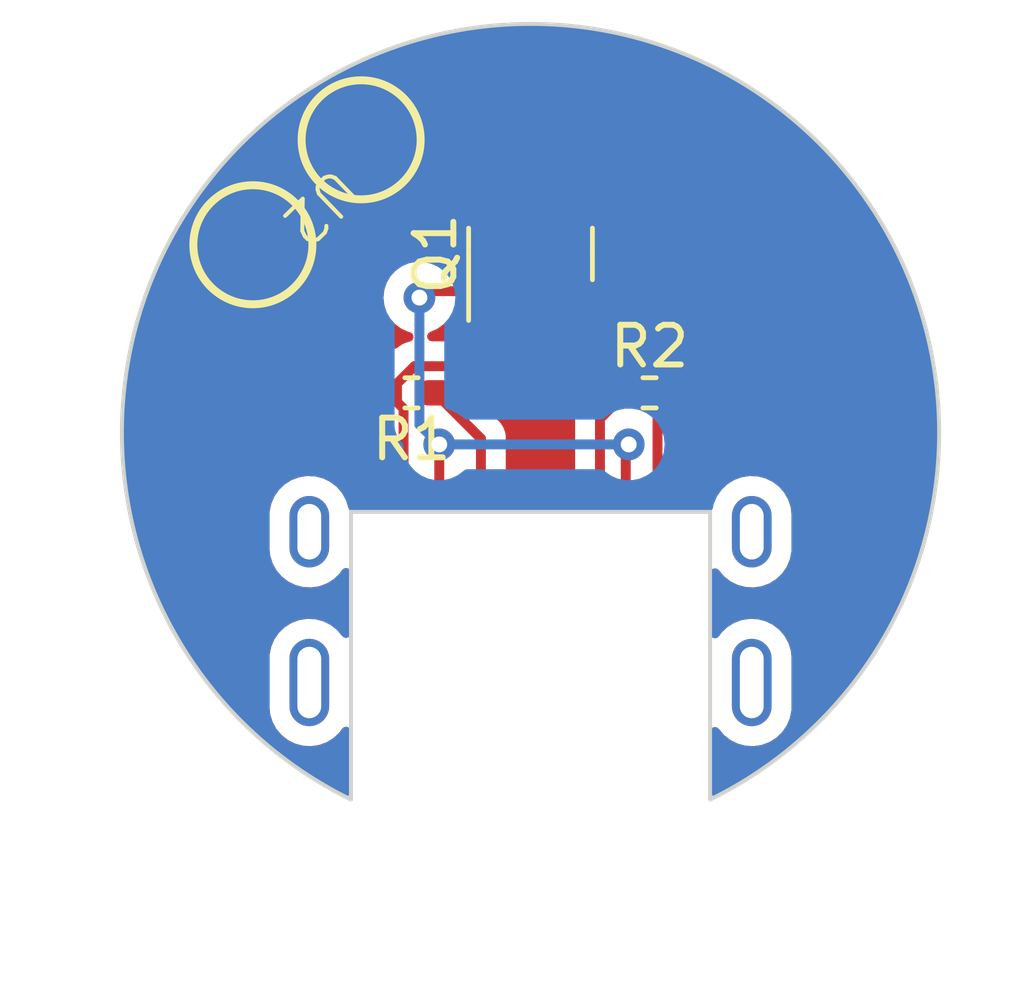
<source format=kicad_pcb>
(kicad_pcb (version 20221018) (generator pcbnew)
  (layers (0 "F.Cu" signal) (31 "B.Cu" signal) (34 "B.Paste" user) (35 "F.Paste" user) (36 "B.SilkS" user "B.Silkscreen") (37 "F.SilkS" user "F.Silkscreen") (38 "B.Mask" user) (39 "F.Mask" user) (44 "Edge.Cuts" user))
  (net 0 "")
  (net 1 "GND")
  (net 2 "VBUS")
  (net 3 "Net-(J1-CC1)")
  (net 7 "Net-(J1-CC2)")
  (net 12 "Net-(Q1-S)")
  (footprint "Librarys:pogopin" (layer "F.Cu") (at 94.367 93.946 -135.899)
    (fp_text reference "U2" (at 0 -0.5 -135.899 unlocked) (layer "F.SilkS") (effects (font (thickness 0.1))))
    (fp_text value "pogopins")
    (fp_circle (center -1.9 0) (end -0.4 0) (stroke (width 0.2)) (fill none) (layer "F.SilkS"))
    (fp_circle (center 1.9 0) (end 3.4 0) (stroke (width 0.2)) (fill none) (layer "F.SilkS"))
    (pad "1" smd circle (at -1.894 0 224.101) (size 2.2 2.2) (layers "F.Cu" "F.Paste" "F.Mask") (net 12 "Net-(Q1-S)"))
    (pad "2" smd circle (at 1.894 0 224.101) (size 2.2 2.2) (layers "F.Cu" "F.Paste" "F.Mask") (net 1 "GND"))
  )
  (footprint "Resistor_SMD:R_0402_1005Metric_Pad0.72x0.64mm_HandSolder" (layer "F.Cu") (at 103 99)
    (fp_text reference "R2" (at 0 -1.17) (layer "F.SilkS"))
    (fp_text value "5.1k")
    (fp_line (start -0.167621 -0.38) (end 0.167621 -0.38) (stroke (width 0.12)) (layer "F.SilkS"))
    (fp_line (start -0.167621 0.38) (end 0.167621 0.38) (stroke (width 0.12)) (layer "F.SilkS"))
    (pad "1" smd roundrect (at -0.5975 0) (size 0.715 0.64) (layers "F.Cu" "F.Paste" "F.Mask") (net 7 "Net-(J1-CC2)"))
    (pad "2" smd roundrect (at 0.5975 0) (size 0.715 0.64) (layers "F.Cu" "F.Paste" "F.Mask") (net 1 "GND"))
  )
  (footprint "Package_TO_SOT_SMD:SOT-23" (layer "F.Cu") (at 100 95.5 90)
    (fp_text reference "Q1" (at 0 -2.4 90) (layer "F.SilkS"))
    (fp_text value "PMOS")
    (fp_line (start 0 -1.56) (end -1.675 -1.56) (stroke (width 0.12)) (layer "F.SilkS"))
    (fp_line (start 0 -1.56) (end 0.65 -1.56) (stroke (width 0.12)) (layer "F.SilkS"))
    (fp_line (start 0 1.56) (end -0.65 1.56) (stroke (width 0.12)) (layer "F.SilkS"))
    (fp_line (start 0 1.56) (end 0.65 1.56) (stroke (width 0.12)) (layer "F.SilkS"))
    (pad "1" smd roundrect (at -0.9375 -0.95 90) (size 1.475 0.6) (layers "F.Cu" "F.Paste" "F.Mask") (net 2 "VBUS"))
    (pad "2" smd roundrect (at -0.9375 0.95 90) (size 1.475 0.6) (layers "F.Cu" "F.Paste" "F.Mask") (net 1 "GND"))
    (pad "3" smd roundrect (at 0.9375 0 90) (size 1.475 0.6) (layers "F.Cu" "F.Paste" "F.Mask") (net 12 "Net-(Q1-S)"))
  )
  (footprint "Librarys:USB_C_Receptacle_XKB_U262-16XN-4BVC11" (layer "F.Cu") (at 100 104.1 180)
    (fp_text reference "J1" hide)
    (fp_text value "USB_C_Receptacle_USB2.0")
    (pad "A1" smd rect (at -3.2 2.5 180) (size 0.54 0.8) (layers "F.Cu" "F.Paste" "F.Mask") (net 1 "GND") (clearance 0.15))
    (pad "A1" smd rect (at 3.2 2.5 180) (size 0.54 0.8) (layers "F.Cu" "F.Paste" "F.Mask") (net 1 "GND") (clearance 0.15))
    (pad "A4" smd rect (at -2.4 2.5 180) (size 0.54 0.8) (layers "F.Cu" "F.Paste" "F.Mask") (net 2 "VBUS") (clearance 0.15))
    (pad "A4" smd rect (at 2.4 2.5 180) (size 0.54 0.8) (layers "F.Cu" "F.Paste" "F.Mask") (net 2 "VBUS") (clearance 0.15))
    (pad "A5" smd rect (at 1.25 2.5 180) (size 0.3 0.8) (layers "F.Cu" "F.Paste" "F.Mask") (net 3 "Net-(J1-CC1)") (clearance 0.15))
    (pad "A6" smd rect (at 0.25 2.5 180) (size 0.3 0.8) (layers "F.Cu" "F.Paste" "F.Mask") (clearance 0.15))
    (pad "A7" smd rect (at -0.25 2.5 180) (size 0.3 0.8) (layers "F.Cu" "F.Paste" "F.Mask") (clearance 0.15))
    (pad "A8" smd rect (at -1.25 2.5 180) (size 0.3 0.8) (layers "F.Cu" "F.Paste" "F.Mask") (clearance 0.15))
    (pad "B5" smd rect (at -1.75 2.5 180) (size 0.3 0.8) (layers "F.Cu" "F.Paste" "F.Mask") (net 7 "Net-(J1-CC2)") (clearance 0.15))
    (pad "B6" smd rect (at -0.75 2.5 180) (size 0.3 0.8) (layers "F.Cu" "F.Paste" "F.Mask") (clearance 0.15))
    (pad "B7" smd rect (at 0.75 2.5 180) (size 0.3 0.8) (layers "F.Cu" "F.Paste" "F.Mask") (clearance 0.15))
    (pad "B8" smd rect (at 1.758 2.5 180) (size 0.3 0.8) (layers "F.Cu" "F.Paste" "F.Mask") (clearance 0.15))
    (pad "S1" thru_hole oval (at -5.5753 -2.2 180) (size 1 2.2) (drill oval 0.6 1.8) (layers "*.Cu" "*.Mask"))
    (pad "S2" thru_hole oval (at 5.5753 -2.2 180) (size 1 2.2) (drill oval 0.6 1.8) (layers "*.Cu" "*.Mask"))
    (pad "S3" thru_hole oval (at 5.5756 1.6 180) (size 1 1.8) (drill oval 0.6 1.4) (layers "*.Cu" "*.Mask"))
    (pad "S4" thru_hole oval (at -5.5753 1.6 180) (size 1 1.8) (drill oval 0.6 1.4) (layers "*.Cu" "*.Mask"))
  )
  (footprint "Resistor_SMD:R_0402_1005Metric_Pad0.72x0.64mm_HandSolder" (layer "F.Cu") (at 97 99 180)
    (fp_text reference "R1" (at 0 -1.17) (layer "F.SilkS"))
    (fp_text value "5.1k")
    (fp_line (start -0.167621 -0.38) (end 0.167621 -0.38) (stroke (width 0.12)) (layer "F.SilkS"))
    (fp_line (start -0.167621 0.38) (end 0.167621 0.38) (stroke (width 0.12)) (layer "F.SilkS"))
    (pad "1" smd roundrect (at -0.5975 0 180) (size 0.715 0.64) (layers "F.Cu" "F.Paste" "F.Mask") (net 3 "Net-(J1-CC1)"))
    (pad "2" smd roundrect (at 0.5975 0 180) (size 0.715 0.64) (layers "F.Cu" "F.Paste" "F.Mask") (net 1 "GND"))
  )
  (gr_line (start 104.525 102) (end 95.475 102) (stroke (width 0.1)) (layer "Edge.Cuts"))
  (gr_line (start 104.525 109.25) (end 104.525 102) (stroke (width 0.1)) (layer "Edge.Cuts"))
  (gr_line (start 95.475 102) (end 95.475 109.25) (stroke (width 0.1)) (layer "Edge.Cuts"))
  (gr_arc (start 95.475 109.25) (mid 100 89.702519) (end 104.525 109.25) (stroke (width 0.1)) (layer "Edge.Cuts"))
  (segment (start 96.4025 98.659691) (end 96.4025 99) (width 0.25) (layer "F.Cu") (net 1))
  (segment (start 103.5975 99) (end 103.2 99.3975) (width 0.25) (layer "F.Cu") (net 1))
  (segment (start 100.95 96.4375) (end 101.035 96.4375) (width 0.25) (layer "F.Cu") (net 1))
  (segment (start 96.8 99.3975) (end 96.8 101.6) (width 0.25) (layer "F.Cu") (net 1))
  (segment (start 101.035 96.4375) (end 103.5975 99) (width 0.25) (layer "F.Cu") (net 1))
  (segment (start 93.006892 95.264083) (end 96.4025 98.659691) (width 0.25) (layer "F.Cu") (net 1))
  (segment (start 100.95 96.4375) (end 99.058904 98.328596) (width 0.25) (layer "F.Cu") (net 1))
  (segment (start 97.073904 98.328596) (end 96.4025 99) (width 0.25) (layer "F.Cu") (net 1))
  (segment (start 96.4025 99) (end 96.8 99.3975) (width 0.25) (layer "F.Cu") (net 1))
  (segment (start 99.058904 98.328596) (end 97.073904 98.328596) (width 0.25) (layer "F.Cu") (net 1))
  (segment (start 103.2 99.3975) (end 103.2 101.6) (width 0.25) (layer "F.Cu") (net 1))
  (segment (start 97.7 101.5) (end 97.6 101.6) (width 0.25) (layer "F.Cu") (net 2))
  (segment (start 97.3625 96.4375) (end 97.2 96.6) (width 0.25) (layer "F.Cu") (net 2))
  (segment (start 97.7 100.3) (end 97.7 101.5) (width 0.25) (layer "F.Cu") (net 2))
  (segment (start 102.4 101.6) (end 102.4 100.3745) (width 0.25) (layer "F.Cu") (net 2))
  (segment (start 99.05 96.4375) (end 97.3625 96.4375) (width 0.25) (layer "F.Cu") (net 2))
  (segment (start 102.4 100.3745) (end 102.4745 100.3) (width 0.25) (layer "F.Cu") (net 2))
  (via (at 97.7 100.3) (size 0.8) (drill 0.4) (layers "F.Cu" "B.Cu") (net 2))
  (via (at 97.2 96.6) (size 0.8) (drill 0.4) (layers "F.Cu" "B.Cu") (net 2))
  (via (at 102.4745 100.3) (size 0.8) (drill 0.4) (layers "F.Cu" "B.Cu") (net 2))
  (segment (start 102.4745 100.3) (end 97.7 100.3) (width 0.25) (layer "B.Cu") (net 2))
  (segment (start 97.2 99.8) (end 97.7 100.3) (width 0.25) (layer "B.Cu") (net 2))
  (segment (start 97.2 96.6) (end 97.2 99.8) (width 0.25) (layer "B.Cu") (net 2))
  (segment (start 97.5975 99) (end 98.75 100.1525) (width 0.25) (layer "F.Cu") (net 3))
  (segment (start 98.75 100.1525) (end 98.75 101.6) (width 0.25) (layer "F.Cu") (net 3))
  (segment (start 101.75 99.6525) (end 101.75 101.6) (width 0.25) (layer "F.Cu") (net 7))
  (segment (start 102.4025 99) (end 101.75 99.6525) (width 0.25) (layer "F.Cu") (net 7))
  (segment (start 95.727108 92.627917) (end 98.065417 92.627917) (width 0.25) (layer "F.Cu") (net 12))
  (segment (start 98.065417 92.627917) (end 100 94.5625) (width 0.25) (layer "F.Cu") (net 12))
  (zone (net 0) (net_name "") (layers "F&B.Cu") (connect_pads (clearance 0.5)) (min_thickness 0.25) (fill yes (thermal_gap 0.5) (thermal_bridge_width 0.5) (island_removal_mode 1) (island_area_min 10))
    (polygon (pts (xy 89.04 89.1) (xy 111.22 89.37) (xy 112.46 111.34) (xy 86.63 112.17) (xy 89.05 89.1)))
  )
)
</source>
